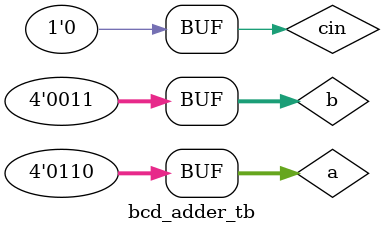
<source format=v>
module bcd_adder(sum,cout,a,b,cin);

	input [3:0]a, b;
	input cin;
	output [3:0]sum;
	output cout;
	wire [3:0]s, b1;
	wire c,w1,w2,w3, c0,c1;

	four_bit_full_adder f1(s,c,a,b,cin);
	and(w1, s[2], s[3]);
	and(w2, s[1], s[3]);
	or(w3, w1, w2);
	or(cout, w3, c);

	buf(b1[0], 1'b0);
	buf(b1[3], 1'b0);
	buf(b1[1], cout);
	buf(b1[2], cout);
	buf(c1, 1'b0);
	
	four_bit_full_adder f2(sum, c0, s, b1,c1);

endmodule

module bcd_adder_tb;
	
	reg [3:0]a, b;
	reg cin;
	wire [3:0] sum;
	wire cout;

	bcd_adder ba(sum, cout, a, b, cin);

	initial begin

		a = 4'b0000; b = 4'b0000; cin = 1'b0; #50;
		a = 4'b0000; b = 4'b0001; cin = 1'b0; #50;
		a = 4'b0001; b = 4'b0001; cin = 1'b0; #50;
		a = 4'b0010; b = 4'b0001; cin = 1'b0; #50;
		a = 4'b0010; b = 4'b0010; cin = 1'b0; #50;
		a = 4'b0010; b = 4'b0011; cin = 1'b0; #50;
		a = 4'b0101; b = 4'b0001; cin = 1'b0; #50;
		a = 4'b0101; b = 4'b0010; cin = 1'b0; #50;
		a = 4'b1000; b = 4'b0000; cin = 1'b0; #50;
		a = 4'b0110; b = 4'b0011; cin = 1'b0; #50;
		/*a = 4'b1000; b = 4'b0001; cin = 1'b1; #50;
		a = 4'b1000; b = 4'b0010; cin = 1'b1; #50;
		a = 4'b1000; b = 4'b0011; cin = 1'b1; #50;
		a = 4'b1011; b = 4'b0001; cin = 1'b1; #50;
		a = 4'b0100; b = 4'b1001; cin = 1'b1; #50;
		a = 4'b0110; b = 4'b1000; cin = 1'b1; #50;
		a = 4'b1001; b = 4'b0110; cin = 1'b1; #50;
		a = 4'b1010; b = 4'b0110; cin = 1'b1; #50;
		a = 4'b1101; b = 4'b0100; cin = 1'b1; #50;
		a = 4'b1110; b = 4'b0100; cin = 1'b1; #50;*/

	end

endmodule



	

</source>
